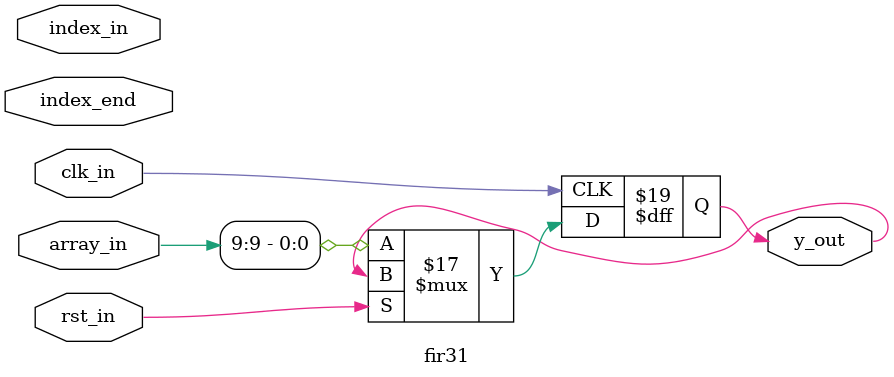
<source format=sv>
module fir31(
  input  clk_in,rst_in,
  input [4:0] index_in,
  input [4:0] index_end,
  input [10:0] array_in,
  
  output logic y_out
);
  // for now just pass data through
  
  logic [4:0] index;
  genvar i;
 
  logic [17:0] acc;
  
  logic [7:0] sample;  // 32 element array each 8 bits wide
  logic [4:0] offset;
  


  always_ff @(posedge clk_in) begin
  
    if (rst_in) begin
        sample <= 8'b01010101;
        
        index<=0;

    end  else begin
        index<=index_in;
        y_out <= sample[index_in];
        
        
        
            for(integer i=0; i < 10; i=i+1) begin
                y_out <= array_in[i];
            end
        

        
        

    
    end
    
    
    
  end
  
  
  
endmodule



</source>
